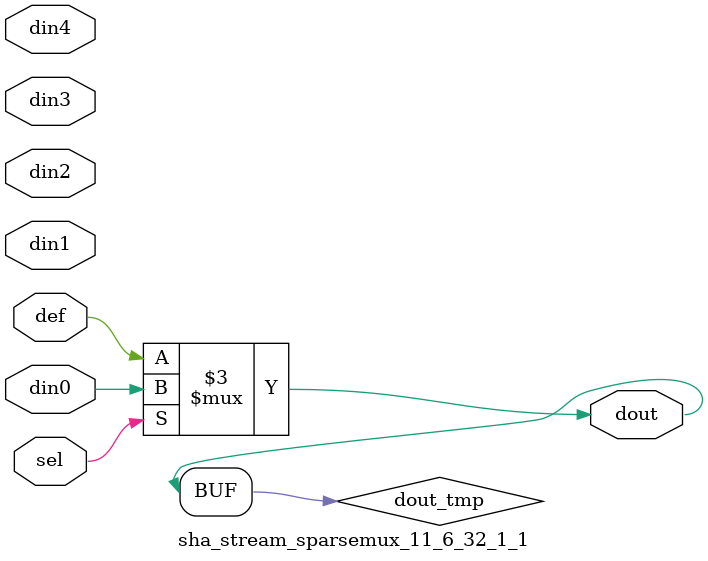
<source format=v>

module sha_stream_sparsemux_11_6_32_1_1 (din0,din1,din2,din3,din4,def,sel,dout);  
parameter din0_WIDTH = 1;
parameter din1_WIDTH = 1;
parameter din2_WIDTH = 1;
parameter din3_WIDTH = 1;
parameter din4_WIDTH = 1;
parameter def_WIDTH = 1;
parameter sel_WIDTH = 1;
parameter dout_WIDTH = 1;
parameter [sel_WIDTH-1:0] CASE0 = 1;
parameter [sel_WIDTH-1:0] CASE1 = 1;
parameter [sel_WIDTH-1:0] CASE2 = 1;
parameter [sel_WIDTH-1:0] CASE3 = 1;
parameter [sel_WIDTH-1:0] CASE4 = 1;
parameter ID = 1;
parameter NUM_STAGE = 1;
input [din0_WIDTH-1:0] din0;
input [din1_WIDTH-1:0] din1;
input [din2_WIDTH-1:0] din2;
input [din3_WIDTH-1:0] din3;
input [din4_WIDTH-1:0] din4;
input [def_WIDTH-1:0] def;
input [sel_WIDTH-1:0] sel;
output [dout_WIDTH-1:0] dout;
reg [dout_WIDTH-1:0] dout_tmp;
always @ (*) begin
(* parallel_case *) case (sel)
    CASE0 : dout_tmp = din0;
    CASE1 : dout_tmp = din1;
    CASE2 : dout_tmp = din2;
    CASE3 : dout_tmp = din3;
    CASE4 : dout_tmp = din4;
    default : dout_tmp = def;
endcase
end
assign dout = dout_tmp;
endmodule

</source>
